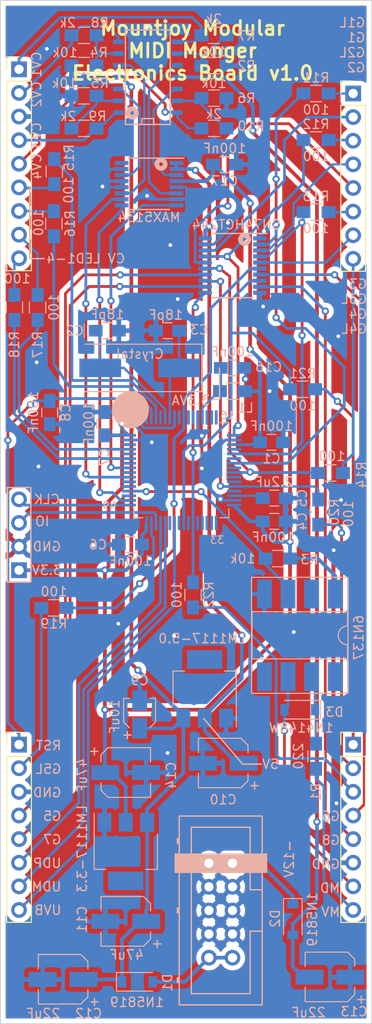
<source format=kicad_pcb>
(kicad_pcb (version 20240108) (generator "pcbnew") (generator_version "8.0")
  (layers (0 "F.Cu" signal) (31 "B.Cu" signal) (34 "B.Paste" user) (35 "F.Paste" user) (36 "B.SilkS" user "B.Silkscreen") (37 "F.SilkS" user "F.Silkscreen") (38 "B.Mask" user) (39 "F.Mask" user) (44 "Edge.Cuts" user))
  (net 0 "")
  (net 1 "GATE1_LED_OUT")
  (net 2 "GND")
  (net 3 "GATE2_LED_OUT")
  (net 4 "GATE3_LED_OUT")
  (net 5 "GATE4_LED_OUT")
  (net 6 "CV1_LED_OUT")
  (net 7 "CV2_LED_OUT")
  (net 8 "CV3_LED_OUT")
  (net 9 "CV4_LED_OUT")
  (net 10 "GATE5_LED_OUT")
  (net 11 "GATE6_LED_OUT")
  (net 12 "GATE7_LED_OUT")
  (net 13 "GATE8_LED_OUT")
  (net 14 "MIDI_VREF")
  (net 15 "MIDI_DATA")
  (net 16 "GATE8_OUT")
  (net 17 "GATE7_OUT")
  (net 18 "GATE6_OUT")
  (net 19 "GATE5_OUT")
  (net 20 "GATE1_OUT")
  (net 21 "GATE2_OUT")
  (net 22 "GATE3_OUT")
  (net 23 "GATE4_OUT")
  (net 24 "USB_DM")
  (net 25 "USB_DP")
  (net 26 "USB_VBUS")
  (net 27 "CV1_OUT")
  (net 28 "CV2_OUT")
  (net 29 "CV3_OUT")
  (net 30 "CV4_OUT")
  (net 31 "+3V3")
  (net 32 "Net-(C2-Pad1)")
  (net 33 "Net-(C3-Pad1)")
  (net 34 "Net-(C5-Pad1)")
  (net 35 "NRST")
  (net 36 "VCC")
  (net 37 "+5V")
  (net 38 "VEE")
  (net 39 "+3.3VA")
  (net 40 "+12V")
  (net 41 "-12V")
  (net 42 "SWCLK")
  (net 43 "SWDIO")
  (net 44 "Net-(D3-Pad1)")
  (net 45 "Net-(R2-Pad2)")
  (net 46 "MIDI_RX")
  (net 47 "Net-(R4-Pad2)")
  (net 48 "Net-(R5-Pad2)")
  (net 49 "Net-(R10-Pad2)")
  (net 50 "GATE1")
  (net 51 "GATE2")
  (net 52 "GATE3")
  (net 53 "GATE4")
  (net 54 "CV1_LED")
  (net 55 "CV2_LED")
  (net 56 "CV3_LED")
  (net 57 "CV4_LED")
  (net 58 "GATE5")
  (net 59 "GATE6")
  (net 60 "GATE7")
  (net 61 "GATE8")
  (net 62 "Net-(U1-Pad1)")
  (net 63 "Net-(U1-Pad4)")
  (net 64 "Net-(U1-Pad8)")
  (net 65 "Net-(U1-Pad10)")
  (net 66 "Net-(U1-Pad14)")
  (net 67 "Net-(U1-Pad16)")
  (net 68 "Net-(U1-Pad20)")
  (net 69 "Net-(U1-Pad22)")
  (net 70 "Net-(U1-Pad24)")
  (net 71 "Net-(U1-Pad26)")
  (net 72 "Net-(U1-Pad29)")
  (net 73 "Net-(U1-Pad34)")
  (net 74 "Net-(U1-Pad36)")
  (net 75 "Net-(U1-Pad37)")
  (net 76 "Net-(U1-Pad39)")
  (net 77 "Net-(U1-Pad41)")
  (net 78 "Net-(U1-Pad43)")
  (net 79 "DAC_NSS")
  (net 80 "Net-(U1-Pad51)")
  (net 81 "Net-(U1-Pad53)")
  (net 82 "Net-(U1-Pad54)")
  (net 83 "DAC_SCK")
  (net 84 "Net-(U1-Pad56)")
  (net 85 "DAC_MOSI")
  (net 86 "Net-(U1-Pad58)")
  (net 87 "Net-(U1-Pad60)")
  (net 88 "Net-(U1-Pad62)")
  (net 89 "Net-(U2-Pad4)")
  (net 90 "Net-(U2-Pad7)")
  (net 91 "Net-(U2-Pad1)")
  (net 92 "DAC_3")
  (net 93 "DAC_4")
  (net 94 "DAC_2")
  (net 95 "DAC_1")
  (net 96 "Net-(U7-Pad16)")
  (net 97 "Net-(U1-Pad27)")
  (net 98 "Net-(U1-Pad33)")
  (net 99 "Net-(U1-Pad35)")
  (net 100 "Net-(U1-Pad11)")
  (net 101 "Net-(U1-Pad15)")
  (footprint "Socket_Strips:Socket_Strip_Straight_1x08_Pitch2.54mm" (layer "F.Cu") (at 134 50)
    (property "Reference" "J3" (hide yes))
    (property "Value" "Conn_01x08_Male" (hide yes))
  )
  (footprint "Socket_Strips:Socket_Strip_Straight_1x08_Pitch2.54mm" (layer "F.Cu") (at 98 120)
    (property "Reference" "J4" (hide yes))
    (property "Value" "Conn_01x08_Male" (hide yes))
  )
  (footprint "Socket_Strips:Socket_Strip_Straight_1x08_Pitch2.54mm" (layer "F.Cu") (at 134 120)
    (property "Reference" "J5" (hide yes))
    (property "Value" "Conn_01x08_Male" (hide yes))
  )
  (footprint "Socket_Strips:Socket_Strip_Straight_1x09_Pitch2.54mm" (layer "F.Cu") (at 98 47.4)
    (property "Reference" "J2" (hide yes))
    (property "Value" "Conn_01x09_Male" (hide yes))
  )
  (footprint "Diodes_SMD:D_SOD-123" (layer "B.Cu") (at 128.25 116.25 180)
    (property "Reference" "D3")
    (property "Value" "1N4148W")
  )
  (footprint "Capacitors_SMD:C_0805_HandSoldering" (layer "B.Cu") (at 125.2 87.5)
    (property "Reference" "C1")
    (property "Value" "100nF")
  )
  (footprint "Capacitors_SMD:C_0805_HandSoldering" (layer "B.Cu") (at 114 75.5 180)
    (property "Reference" "C3")
    (property "Value" "18pF")
  )
  (footprint "Capacitors_SMD:C_0805_HandSoldering" (layer "B.Cu") (at 125.5 96)
    (property "Reference" "C4")
    (property "Value" "100nF")
  )
  (footprint "Capacitors_SMD:C_0805_HandSoldering" (layer "B.Cu") (at 125.5 93.5)
    (property "Reference" "C5")
    (property "Value" "2.2uF")
  )
  (footprint "Capacitors_SMD:C_0805_HandSoldering" (layer "B.Cu") (at 110 98.5 180)
    (property "Reference" "C6")
    (property "Value" "100nF")
  )
  (footprint "Capacitors_SMD:C_0805_HandSoldering" (layer "B.Cu") (at 107.25 85.5 90)
    (property "Reference" "C7")
    (property "Value" "100nF")
  )
  (footprint "Capacitors_SMD:C_0805_HandSoldering" (layer "B.Cu") (at 101.3 84.3 90)
    (property "Reference" "C8")
    (property "Value" "100nF")
  )
  (footprint "Capacitors_SMD:CP_Elec_3x5.3" (layer "B.Cu") (at 111 116.75 90)
    (property "Reference" "C9")
    (property "Value" "10uF")
  )
  (footprint "Capacitors_SMD:CP_Elec_5x5.3" (layer "B.Cu") (at 120 122 180)
    (property "Reference" "C10")
    (property "Value" "22uF")
  )
  (footprint "Capacitors_SMD:CP_Elec_5x5.8" (layer "B.Cu") (at 109.5 139 180)
    (property "Reference" "C11")
    (property "Value" "47uF")
  )
  (footprint "Capacitors_SMD:CP_Elec_5x5.3" (layer "B.Cu") (at 102.75 145.25 180)
    (property "Reference" "C12")
    (property "Value" "22uF")
  )
  (footprint "Capacitors_SMD:CP_Elec_5x5.3" (layer "B.Cu") (at 131.5 145 180)
    (property "Reference" "C13")
    (property "Value" "22uF")
  )
  (footprint "Capacitors_SMD:CP_Elec_5x5.8" (layer "B.Cu") (at 109.5 123)
    (property "Reference" "C14")
    (property "Value" "47uF")
  )
  (footprint "Capacitors_SMD:C_0805_HandSoldering" (layer "B.Cu") (at 120.15 57.65)
    (property "Reference" "C17")
    (property "Value" "100nF")
  )
  (footprint "Diodes_SMD:D_SOD-123" (layer "B.Cu") (at 110.75 145.5)
    (property "Reference" "D1")
    (property "Value" "1N5819")
  )
  (footprint "Diodes_SMD:D_SOD-123" (layer "B.Cu") (at 127.5 138.8 -90)
    (property "Reference" "D2")
    (property "Value" "1N5819")
  )
  (footprint "Custom_Footprints:SWD_header" (layer "B.Cu") (at 98 101.25 90)
    (property "Reference" "J1" (hide yes))
    (property "Value" "SWD_Header" (hide yes))
  )
  (footprint "Custom_Footprints:Eurorack_10_pin_header" (layer "B.Cu") (at 121 132.75 -90)
    (property "Reference" "J9" (hide yes))
    (property "Value" "Eurorack_10_pin_power")
  )
  (footprint "Inductors_SMD:L_0805_HandSoldering" (layer "B.Cu") (at 121 82)
    (property "Reference" "L1")
    (property "Value" "L")
  )
  (footprint "Resistors_SMD:R_0805_HandSoldering" (layer "B.Cu") (at 130 121.25 -90)
    (property "Reference" "R1")
    (property "Value" "220")
  )
  (footprint "Resistors_SMD:R_0805_HandSoldering" (layer "B.Cu") (at 125.9 100 180)
    (property "Reference" "R3")
    (property "Value" "10k")
  )
  (footprint "Resistors_SMD:R_0805_HandSoldering" (layer "B.Cu") (at 105 47)
    (property "Reference" "R4")
    (property "Value" "10k")
  )
  (footprint "Resistors_SMD:R_0805_HandSoldering" (layer "B.Cu") (at 105 50.25)
    (property "Reference" "R5")
    (property "Value" "10k")
  )
  (footprint "Resistors_SMD:R_0805_HandSoldering" (layer "B.Cu") (at 119 50.5 180)
    (property "Reference" "R6")
    (property "Value" "10k")
  )
  (footprint "Resistors_SMD:R_0805_HandSoldering" (layer "B.Cu") (at 119 43.75)
    (property "Reference" "R7")
    (property "Value" "2k")
  )
  (footprint "Resistors_SMD:R_0805_HandSoldering" (layer "B.Cu") (at 105 53.75 180)
    (property "Reference" "R9")
    (property "Value" "2k")
  )
  (footprint "Resistors_SMD:R_0805_HandSoldering" (layer "B.Cu") (at 119 53.75)
    (property "Reference" "R10")
    (property "Value" "2k")
  )
  (footprint "Resistors_SMD:R_0805_HandSoldering" (layer "B.Cu") (at 130 55 180)
    (property "Reference" "R12")
    (property "Value" "100")
  )
  (footprint "Resistors_SMD:R_0805_HandSoldering" (layer "B.Cu") (at 100 73 -90)
    (property "Reference" "R17")
    (property "Value" "100")
  )
  (footprint "Resistors_SMD:R_0805_HandSoldering" (layer "B.Cu") (at 97.5 73 -90)
    (property "Reference" "R18")
    (property "Value" "100")
  )
  (footprint "Resistors_SMD:R_0805_HandSoldering" (layer "B.Cu") (at 128.55 81.8 180)
    (property "Reference" "R21")
    (property "Value" "100")
  )
  (footprint "Package_QFP:LQFP-64_10x10mm_P0.5mm" (layer "B.Cu") (at 115.5 90.5 -90)
    (property "Reference" "U1" (hide yes))
    (property "Value" "STM32F446RETx")
  )
  (footprint "TO_SOT_Packages_SMD:SOT-223" (layer "B.Cu") (at 118 114 90)
    (property "Reference" "U4" (hide yes))
    (property "Value" "LM1117-5.0")
  )
  (footprint "TO_SOT_Packages_SMD:SOT-223" (layer "B.Cu") (at 109.5 131.5 -90)
    (property "Reference" "U5" (hide yes))
    (property "Value" "LM1117-3.3")
  )
  (footprint "Housings_SSOP:TSSOP-20_4.4x6.5mm_Pitch0.65mm" (layer "B.Cu") (at 121 68.5 180)
    (property "Reference" "U6" (hide yes))
    (property "Value" "SN74HCT244")
  )
  (footprint "Custom_Footprints:Crystal_SMD" (layer "B.Cu") (at 111 79.5 180)
    (property "Reference" "Y1" (hide yes))
    (property "Value" "Crystal")
  )
  (footprint "Housings_SSOP:TSSOP-16_4.4x5mm_Pitch0.65mm" (layer "B.Cu") (at 112 59.75 180)
    (property "Reference" "U7" (hide yes))
    (property "Value" "MAX5134")
  )
  (footprint "Capacitors_SMD:C_0805_HandSoldering" (layer "B.Cu") (at 121 79.5)
    (property "Reference" "C16")
    (property "Value" "100nF")
  )
  (footprint "SMD_Packages:SOIC-14_N" (layer "B.Cu") (at 112 48.25 90)
    (property "Reference" "U3" (hide yes))
    (property "Value" "TL074")
  )
  (footprint "Housings_DIP:DIP-8_W8.89mm_SMDSocket_LongPads" (layer "B.Cu") (at 128.25 108.25 90)
    (property "Reference" "U2" (hide yes))
    (property "Value" "6N137")
  )
  (footprint "Resistors_SMD:R_0805_HandSoldering" (layer "B.Cu") (at 105 43.75)
    (property "Reference" "R8")
    (property "Value" "2k")
  )
  (footprint "Resistors_SMD:R_0805_HandSoldering" (layer "B.Cu") (at 119 47 180)
    (property "Reference" "R2")
    (property "Value" "10k")
  )
  (footprint "Resistors_SMD:R_0805_HandSoldering" (layer "B.Cu") (at 101.75 64 -90)
    (property "Reference" "R16")
    (property "Value" "100")
  )
  (footprint "Resistors_SMD:R_0805_HandSoldering" (layer "B.Cu") (at 130 62.75 180)
    (property "Reference" "R13")
    (property "Value" "100")
  )
  (footprint "Resistors_SMD:R_0805_HandSoldering" (layer "B.Cu") (at 130 50 180)
    (property "Reference" "R11")
    (property "Value" "100")
  )
  (footprint "Capacitors_SMD:C_0805_HandSoldering" (layer "B.Cu") (at 107.5 75.5)
    (property "Reference" "C2")
    (property "Value" "18pF")
  )
  (footprint "Resistors_SMD:R_0805_HandSoldering" (layer "B.Cu") (at 130.25 95 90)
    (property "Reference" "R20")
    (property "Value" "100")
  )
  (footprint "Resistors_SMD:R_0805_HandSoldering" (layer "B.Cu") (at 131.55 90.8 180)
    (property "Reference" "R14")
    (property "Value" "100")
  )
  (footprint "Resistors_SMD:R_0805_HandSoldering" (layer "B.Cu") (at 116.75 103.9 90)
    (property "Reference" "R22")
    (property "Value" "100")
  )
  (footprint "Resistors_SMD:R_0805_HandSoldering" (layer "B.Cu") (at 101.75 105.3)
    (property "Reference" "R19")
    (property "Value" "100")
  )
  (footprint "Resistors_SMD:R_0805_HandSoldering" (layer "B.Cu") (at 101.8 58.4 90)
    (property "Reference" "R15")
    (property "Value" "100")
  )
  (gr_circle (center 122.3 65.7) (end 122.5 65.7) (stroke (width 0.5)) (fill none) (layer "B.SilkS"))
  (gr_circle (center 110.2 52.1) (end 110.4 52.1) (stroke (width 0.5)) (fill none) (layer "B.SilkS"))
  (gr_circle (center 113.3 57.6) (end 113.5 57.6) (stroke (width 0.5)) (fill none) (layer "B.SilkS"))
  (gr_line (start 119.6 82.9) (end 119.6 79.5) (stroke (width 0.15)) (layer "B.SilkS"))
  (gr_line (start 122.1 122.1) (end 117.9 117.2) (stroke (width 0.15)) (layer "B.SilkS"))
  (gr_line (start 99.15 67.75) (end 99.15 60.15) (stroke (width 0.15)) (layer "B.SilkS"))
  (gr_line (start 100.7 67.75) (end 99.15 67.75) (stroke (width 0.15)) (layer "B.SilkS"))
  (gr_line (start 124.1 122.1) (end 122.1 122.1) (stroke (width 0.15)) (layer "B.SilkS"))
  (gr_line (start 118.8 82.9) (end 119.6 82.9) (stroke (width 0.15)) (layer "B.SilkS"))
  (gr_circle (center 110 84) (end 110 84) (stroke (width 2)) (fill none) (layer "B.SilkS"))
  (gr_line (start 96 40) (end 136 40) (stroke (width 0.1)) (layer "Edge.Cuts"))
  (gr_line (start 96 40) (end 96 150) (stroke (width 0.1)) (layer "Edge.Cuts"))
  (gr_line (start 136 40) (end 136 150) (stroke (width 0.1)) (layer "Edge.Cuts"))
  (gr_line (start 96 150) (end 136 150) (stroke (width 0.1)) (layer "Edge.Cuts"))
  (gr_text "G5L" (at 101.17619 122.628571 0) (layer "B.SilkS") (effects (font (size 1 1)) (justify mirror)))
  (gr_text "GND" (at 101.033333 125.157142 0) (layer "B.SilkS") (effects (font (size 1 1)) (justify mirror)))
  (gr_text "G5" (at 101.580952 127.685713 0) (layer "B.SilkS") (effects (font (size 1 1)) (justify mirror)))
  (gr_text "G7" (at 101.580952 130.214284 0) (layer "B.SilkS") (effects (font (size 1 1)) (justify mirror)))
  (gr_text "UDP" (at 101.033333 132.742855 0) (layer "B.SilkS") (effects (font (size 1 1)) (justify mirror)))
  (gr_text "UDM" (at 100.961905 135.271426 0) (layer "B.SilkS") (effects (font (size 1 1)) (justify mirror)))
  (gr_text "UVB" (at 101.104762 137.8 0) (layer "B.SilkS") (effects (font (size 1 1)) (justify mirror)))
  (gr_text "G8" (at 131.6 130.275 0) (layer "B.SilkS") (effects (font (size 1 1)) (justify mirror)))
  (gr_text "MV" (at 131.576191 138 0) (layer "B.SilkS") (effects (font (size 1 1)) (justify mirror)))
  (gr_text "G3\nG3L\nG4\nG4L" (at 135.6 72.9 0) (layer "B.SilkS") (effects (font (size 1 1)) (justify left mirror)))
  (gr_text "G6" (at 131.6 127.7 0) (layer "B.SilkS") (effects (font (size 1 1)) (justify mirror)))
  (gr_text "GND" (at 131.052381 132.85 0) (layer "B.SilkS") (effects (font (size 1 1)) (justify mirror)))
  (gr_text "MD" (at 131.504762 135.425 0) (layer "B.SilkS") (effects (font (size 1 1)) (justify mirror)))
  (gr_text "G1L\nG1\nG2L\nG2" (at 135.4 44.8 0) (layer "B.SilkS") (effects (font (size 1 1)) (justify left mirror)))
  (gr_text "33" (at 120.2 98 0) (layer "B.SilkS") (effects (font (size 0.8 0.8) (thickness 0.12)) (justify left mirror)))
  (gr_text "49" (at 108.6 94.3 0) (layer "B.SilkS") (effects (font (size 0.8 0.8) (thickness 0.12)) (justify left mirror)))
  (gr_text "16" (at 121.3 84.6 0) (layer "B.SilkS") (effects (font (size 0.8 0.8) (thickness 0.12)) (justify left mirror)))
  (gr_text "5V" (at 125.1 122.1 0) (layer "B.SilkS") (effects (font (size 1 1)) (justify mirror)))
  (gr_text "3.3VA" (at 116.5 83 0) (layer "B.SilkS") (effects (font (size 1 1)) (justify mirror)))
  (gr_text "CV LED1-4" (at 100.85 67.75 0) (layer "B.SilkS") (effects (font (size 1 1)) (justify right mirror)))
  (gr_text "CV1" (at 99.9 48.4 90) (layer "B.SilkS") (effects (font (size 1 1)) (justify right mirror)))
  (gr_text "CV2" (at 99.9 51.6 90) (layer "B.SilkS") (effects (font (size 1 1)) (justify right mirror)))
  (gr_text "CV3" (at 99.9 56 90) (layer "B.SilkS") (effects (font (size 1 1)) (justify right mirror)))
  (gr_text "CV4" (at 99.9 59.35 90) (layer "B.SilkS") (effects (font (size 1 1)) (justify right mirror)))
  (gr_text "RST" (at 101.2 120.1 0) (layer "B.SilkS") (effects (font (size 1 1)) (justify mirror)))
  (gr_text "Mountjoy Modular\nMIDI Monger\nElectronics Board v1.0" (at 116.7 45.4 0) (layer "F.SilkS") (effects (font (size 1.5 1.5) (thickness 0.3))))
  (segment (start 131.35 50) (end 134 50) (width 0.25) (layer "B.Cu") (net 1))
  (segment (start 117.7 86.8) (end 117.7 90.3) (width 0.3) (layer "F.Cu") (net 2))
  (via (at 111.8 42.9) (size 0.8) (drill 0.4) (layers "F.Cu" "B.Cu") (net 2))
  (via (at 124.4 64.8) (size 0.8) (drill 0.4) (layers "F.Cu" "B.Cu") (net 2))
  (via (at 111.8 61) (size 0.8) (drill 0.4) (layers "F.Cu" "B.Cu") (net 2))
  (via (at 125 82) (size 0.8) (drill 0.4) (layers "F.Cu" "B.Cu") (net 2))
  (via (at 107 60) (size 0.8) (drill 0.4) (layers "F.Cu" "B.Cu") (net 2))
  (via (at 112.1 100) (size 0.8) (drill 0.4) (layers "F.Cu" "B.Cu") (net 2))
  (via (at 114.3 66.3) (size 0.8) (drill 0.4) (layers "F.Cu" "B.Cu") (net 2))
  (via (at 114.7 108.3) (size 0.8) (drill 0.4) (layers "F.Cu" "B.Cu") (net 2))
  (via (at 114 120.9) (size 0.8) (drill 0.4) (layers "F.Cu" "B.Cu") (net 2))
  (via (at 117.7 90.3) (size 0.8) (drill 0.4) (layers "F.Cu" "B.Cu") (net 2))
  (via (at 122.4 80.7) (size 0.8) (drill 0.4) (layers "F.Cu" "B.Cu") (net 2))
  (via (at 106 98.6) (size 0.8) (drill 0.4) (layers "F.Cu" "B.Cu") (net 2))
  (via (at 131.9 99.1) (size 0.8) (drill 0.4) (layers "F.Cu" "B.Cu") (net 2))
  (via (at 112.3 87.5) (size 0.8) (drill 0.4) (layers "F.Cu" "B.Cu") (net 2))
  (via (at 117.7 86.8) (size 0.8) (drill 0.4) (layers "F.Cu" "B.Cu") (net 2))
  (via (at 127.6 107.9) (size 0.8) (drill 0.4) (layers "F.Cu" "B.Cu") (net 2))
  (via (at 99.9 78.9) (size 0.8) (drill 0.4) (layers "F.Cu" "B.Cu") (net 2))
  (via (at 122.8 47.1) (size 0.8) (drill 0.4) (layers "F.Cu" "B.Cu") (net 2))
  (via (at 100.1 90.1) (size 0.8) (drill 0.4) (layers "F.Cu" "B.Cu") (net 2))
  (via (at 120.5 63.9) (size 0.8) (drill 0.4) (layers "F.Cu" "B.Cu") (net 2))
  (via (at 119.7 93.6) (size 0.8) (drill 0.4) (layers "F.Cu" "B.Cu") (net 2))
  (via (at 115.1 72.1) (size 0.8) (drill 0.4) (layers "F.Cu" "B.Cu") (net 2))
  (via (at 132.7 93.7) (size 0.8) (drill 0.4) (layers "F.Cu" "B.Cu") (net 2))
  (via (at 108.7 107) (size 0.8) (drill 0.4) (layers "F.Cu" "B.Cu") (net 2))
  (via (at 132.4 76.1) (size 0.8) (drill 0.4) (layers "F.Cu" "B.Cu") (net 2))
  (via (at 124.3 72.9) (size 0.8) (drill 0.4) (layers "F.Cu" "B.Cu") (net 2))
  (via (at 132.2 126.3) (size 0.8) (drill 0.4) (layers "F.Cu" "B.Cu") (net 2))
  (via (at 101 45.2) (size 0.8) (drill 0.4) (layers "F.Cu" "B.Cu") (net 2))
  (segment (start 119.7 93.6) (end 117.7 91.6) (width 0.3) (layer "B.Cu") (net 2))
  (segment (start 107.25 84.25) (end 109.05 84.25) (width 0.3) (layer "B.Cu") (net 2))
  (segment (start 123.95 65.575) (end 123.95 65.25) (width 0.3) (layer "B.Cu") (net 2))
  (segment (start 121.175 93.75) (end 119.85 93.75) (width 0.3) (layer "B.Cu") (net 2))
  (segment (start 117.25 86.35) (end 117.7 86.8) (width 0.3) (layer "B.Cu") (net 2))
  (segment (start 112.175 61.375) (end 111.8 61) (width 0.3) (layer "B.Cu") (net 2))
  (segment (start 109.05 59.425) (end 107.575 59.425) (width 0.3) (layer "B.Cu") (net 2))
  (segment (start 109.05 84.25) (end 112.3 87.5) (width 0.3) (layer "B.Cu") (net 2))
  (segment (start 116.050001 64.549999) (end 114.3 66.3) (width 0.3) (layer "B.Cu") (net 2))
  (segment (start 120.25 87.25) (end 118.099999 89.400001) (width 0.3) (layer "B.Cu") (net 2))
  (segment (start 118.099999 89.900001) (end 117.7 90.3) (width 0.3) (layer "B.Cu") (net 2))
  (segment (start 116.050001 61.425001) (end 116.050001 64.549999) (width 0.3) (layer "B.Cu") (net 2))
  (segment (start 107.575 59.425) (end 107 60) (width 0.3) (layer "B.Cu") (net 2))
  (segment (start 117.7 91.6) (end 117.7 90.3) (width 0.3) (layer "B.Cu") (net 2))
  (segment (start 114.95 61.375) (end 112.175 61.375) (width 0.3) (layer "B.Cu") (net 2))
  (segment (start 112.25 97.524999) (end 112.499999 97.774998) (width 0.3) (layer "B.Cu") (net 2))
  (segment (start 121.175 87.25) (end 120.25 87.25) (width 0.3) (layer "B.Cu") (net 2))
  (segment (start 114.95 61.375) (end 116 61.375) (width 0.4) (layer "B.Cu") (net 2))
  (segment (start 122.4 79.65) (end 122.25 79.5) (width 0.3) (layer "B.Cu") (net 2))
  (segment (start 119.85 93.75) (end 119.7 93.6) (width 0.3) (layer "B.Cu") (net 2))
  (segment (start 116.050001 60.219999) (end 116.050001 64.549999) (width 0.3) (layer "B.Cu") (net 2))
  (segment (start 118.980002 66.225) (end 118.05 66.225) (width 0.3) (layer "B.Cu") (net 2))
  (segment (start 109.05 59.425) (end 109.05 60.075) (width 0.3) (layer "B.Cu") (net 2))
  (segment (start 109.05 60.075) (end 107.075 60.075) (width 0.3) (layer "B.Cu") (net 2))
  (segment (start 118.099999 89.400001) (end 118.099999 89.900001) (width 0.3) (layer "B.Cu") (net 2))
  (segment (start 112.05 87.25) (end 112.3 87.5) (width 0.3) (layer "B.Cu") (net 2))
  (segment (start 116 61.375) (end 116.050001 61.425001) (width 0.3) (layer "B.Cu") (net 2))
  (segment (start 112.25 96.175) (end 112.25 97.524999) (width 0.3) (layer "B.Cu") (net 2))
  (segment (start 120.5 64.705002) (end 118.980002 66.225) (width 0.3) (layer "B.Cu") (net 2))
  (segment (start 107 59.125) (end 107 60) (width 0.3) (layer "B.Cu") (net 2))
  (segment (start 123.95 65.25) (end 124.4 64.8) (width 0.3) (layer "B.Cu") (net 2))
  (segment (start 122.4 80.7) (end 122.4 79.65) (width 0.3) (layer "B.Cu") (net 2))
  (segment (start 112.499999 97.774998) (end 112.499999 99.600001) (width 0.3) (layer "B.Cu") (net 2))
  (segment (start 114.95 60.075) (end 115.905002 60.075) (width 0.3) (layer "B.Cu") (net 2))
  (segment (start 109.825 87.25) (end 112.05 87.25) (width 0.3) (layer "B.Cu") (net 2))
  (segment (start 115.905002 60.075) (end 116.050001 60.219999) (width 0.3) (layer "B.Cu") (net 2))
  (segment (start 107.075 60.075) (end 107 60) (width 0.3) (layer "B.Cu") (net 2))
  (segment (start 109.05 58.125) (end 108 58.125) (width 0.3) (layer "B.Cu") (net 2))
  (segment (start 112.499999 99.600001) (end 112.1 100) (width 0.3) (layer "B.Cu") (net 2))
  (segment (start 120.5 63.9) (end 120.5 64.705002) (width 0.3) (layer "B.Cu") (net 2))
  (segment (start 108 58.125) (end 107 59.125) (width 0.3) (layer "B.Cu") (net 2))
  (segment (start 117.25 84.825) (end 117.25 86.35) (width 0.3) (layer "B.Cu") (net 2))
  (segment (start 131.35 55) (end 133.92 55) (width 0.3) (layer "B.Cu") (net 3))
  (segment (start 133.92 55) (end 134 55.08) (width 0.3) (layer "B.Cu") (net 3))
  (segment (start 131.35 62.75) (end 133.95 62.75) (width 0.25) (layer "B.Cu") (net 4))
  (segment (start 133.95 62.75) (end 134 62.7) (width 0.25) (layer "B.Cu") (net 4))
  (segment (start 132.9 89.85) (end 134 88.75) (width 0.3) (layer "B.Cu") (net 5))
  (segment (start 134 88.75) (end 134 67.78) (width 0.3) (layer "B.Cu") (net 5))
  (segment (start 132.9 90.8) (end 132.9 89.85) (width 0.3) (layer "B.Cu") (net 5))
  (segment (start 98 60.16) (end 101.39 60.16) (width 0.3) (layer "B.Cu") (net 6))
  (segment (start 101.39 60.16) (end 101.8 59.75) (width 0.3) (layer "B.Cu") (net 6))
  (segment (start 101.75 62.65) (end 98.05 62.65) (width 0.25) (layer "B.Cu") (net 7))
  (segment (start 98.05 62.65) (end 98 62.7) (width 0.25) (layer "B.Cu") (net 7))
  (segment (start 100 71.65) (end 100 67.24) (width 0.25) (layer "B.Cu") (net 8))
  (segment (start 100 67.24) (end 98 65.24) (width 0.25) (layer "B.Cu") (net 8))
  (segment (start 97.5 68.28) (end 98 67.78) (width 0.25) (layer "B.Cu") (net 9))
  (segment (start 97.5 71.65) (end 97.5 68.28) (width 0.25) (layer "B.Cu") (net 9))
  (segment (start 98 122.54) (end 100.4 120.14) (width 0.3) (layer "B.Cu") (net 10))
  (segment (start 100.4 120.14) (end 100.4 105.3) (width 0.3) (layer "B.Cu") (net 10))
  (segment (start 132.75 121.29) (end 132.75 97.25) (width 0.3) (layer "F.Cu") (net 11))
  (segment (start 134 122.54) (end 132.75 121.29) (width 0.3) (layer "F.Cu") (net 11))
  (via (at 132.75 97.25) (size 0.8) (drill 0.4) (layers "F.Cu" "B.Cu") (net 11))
  (segment (start 132.75 97.25) (end 132.75 96.684315) (width 0.3) (layer "B.Cu") (net 11))
  (segment (start 132.75 96.684315) (end 132.415685 96.35) (width 0.3) (layer "B.Cu") (net 11))
  (segment (start 132.415685 96.35) (end 130.25 96.35) (width 0.3) (layer "B.Cu") (net 11))
  (segment (start 134 84.8) (end 134 120) (width 0.3) (layer "F.Cu") (net 12))
  (segment (start 132.3 83.1) (end 134 84.8) (width 0.3) (layer "F.Cu") (net 12))
  (via (at 132.3 83.1) (size 0.8) (drill 0.4) (layers "F.Cu" "B.Cu") (net 12))
  (segment (start 131 81.8) (end 132.3 83.1) (width 0.3) (layer "B.Cu") (net 12))
  (segment (start 129.9 81.8) (end 131 81.8) (width 0.3) (layer "B.Cu") (net 12))
  (segment (start 133.150001 123.719999) (end 133.150001 124.230001) (width 0.3) (layer "B.Cu") (net 13))
  (segment (start 120.110002 105.25) (end 125.7 110.839998) (width 0.3) (layer "B.Cu") (net 13))
  (segment (start 125.7 121.099998) (end 126.100001 121.499999) (width 0.3) (layer "B.Cu") (net 13))
  (segment (start 133.150001 124.230001) (end 134 125.08) (width 0.3) (layer "B.Cu") (net 13))
  (segment (start 125.7 110.839998) (end 125.7 121.099998) (width 0.3) (layer "B.Cu") (net 13))
  (segment (start 116.75 105.25) (end 120.110002 105.25) (width 0.3) (layer "B.Cu") (net 13))
  (segment (start 126.100001 121.499999) (end 130.930001 121.499999) (width 0.3) (layer "B.Cu") (net 13))
  (segment (start 130.930001 121.499999) (end 133.150001 123.719999) (width 0.3) (layer "B.Cu") (net 13))
  (segment (start 134 137.78) (end 130.850001 134.630001) (width 0.3) (layer "B.Cu") (net 14))
  (segment (start 130 123.65) (end 130 122.6) (width 0.3) (layer "B.Cu") (net 14))
  (segment (start 130.850001 124.500001) (end 130 123.65) (width 0.3) (layer "B.Cu") (net 14))
  (segment (start 130.850001 134.630001) (end 130.850001 124.500001) (width 0.3) (layer "B.Cu") (net 14))
  (segment (start 134 135.24) (end 126.6 127.84) (width 0.3) (layer "F.Cu") (net 15))
  (segment (start 126.6 127.84) (end 126.6 118.5) (width 0.3) (layer "F.Cu") (net 15))
  (via (at 126.6 118.5) (size 0.8) (drill 0.4) (layers "F.Cu" "B.Cu") (net 15))
  (segment (start 126.98 112.695) (end 126.98 115.87) (width 0.3) (layer "B.Cu") (net 15))
  (segment (start 126.98 115.87) (end 126.6 116.25) (width 0.3) (layer "B.Cu") (net 15))
  (segment (start 126.6 118.5) (end 126.6 116.25) (width 0.3) (layer "B.Cu") (net 15))
  (segment (start 131 73.4) (end 131 127.16) (width 0.3) (layer "F.Cu") (net 16))
  (segment (start 131 127.16) (end 134 130.16) (width 0.3) (layer "F.Cu") (net 16))
  (via (at 131 73.4) (size 0.8) (drill 0.4) (layers "F.Cu" "B.Cu") (net 16))
  (segment (start 131 73.4) (end 128.4 70.775) (width 0.3) (layer "B.Cu") (net 16))
  (segment (start 128.4 70.775) (end 123.95 70.775) (width 0.3) (layer "B.Cu") (net 16))
  (segment (start 108.85 70.75) (end 105.55 70.75) (width 0.3) (layer "F.Cu") (net 17))
  (segment (start 103.50001 124.65999) (end 98 130.16) (width 0.3) (layer "F.Cu") (net 17))
  (segment (start 105.55 70.75) (end 103.50001 72.79999) (width 0.3) (layer "F.Cu") (net 17))
  (segment (start 103.502374 124.597626) (end 103.502374 124.657626) (width 0.3) (layer "F.Cu") (net 17))
  (segment (start 103.50001 72.79999) (end 103.50001 124.65999) (width 0.3) (layer "F.Cu") (net 17))
  (via (at 108.85 70.75) (size 0.8) (drill 0.4) (layers "F.Cu" "B.Cu") (net 17))
  (segment (start 118.025 70.75) (end 118.05 70.775) (width 0.3) (layer "B.Cu") (net 17))
  (segment (start 108.85 70.75) (end 118.025 70.75) (width 0.3) (layer "B.Cu") (net 17))
  (segment (start 132 69.5) (end 135.200001 72.649999) (width 0.3) (layer "F.Cu") (net 18))
  (segment (start 135.200001 72.649999) (end 135.200001 126.419999) (width 0.3) (layer "F.Cu") (net 18))
  (segment (start 135.200001 126.419999) (end 134 127.62) (width 0.3) (layer "F.Cu") (net 18))
  (via (at 132 69.5) (size 0.8) (drill 0.4) (layers "F.Cu" "B.Cu") (net 18))
  (segment (start 132.025002 69.475) (end 123.95 69.475) (width 0.3) (layer "B.Cu") (net 18))
  (segment (start 132 69.5) (end 132.025002 69.475) (width 0.3) (layer "B.Cu") (net 18))
  (segment (start 103 71.5) (end 103 122.62) (width 0.3) (layer "F.Cu") (net 19))
  (segment (start 105 69.5) (end 103 71.5) (width 0.3) (layer "F.Cu") (net 19))
  (segment (start 108.9 69.5) (end 105 69.5) (width 0.3) (layer "F.Cu") (net 19))
  (segment (start 103 122.62) (end 98 127.62) (width 0.3) (layer "F.Cu") (net 19))
  (via (at 108.9 69.5) (size 0.8) (drill 0.4) (layers "F.Cu" "B.Cu") (net 19))
  (segment (start 108.9 69.5) (end 118.025 69.5) (width 0.3) (layer "B.Cu") (net 19))
  (segment (start 118.025 69.5) (end 118.05 69.475) (width 0.3) (layer "B.Cu") (net 19))
  (segment (start 126.6 55.019998) (end 126.6 59.384696) (width 0.3) (layer "B.Cu") (net 20))
  (segment (start 119.109696 66.875) (end 118.05 66.875) (width 0.3) (layer "B.Cu") (net 20))
  (segment (start 129.079998 52.54) (end 126.6 55.019998) (width 0.3) (layer "B.Cu") (net 20))
  (segment (start 126.6 59.384696) (end 119.109696 66.875) (width 0.3) (layer "B.Cu") (net 20))
  (segment (start 134 52.54) (end 129.079998 52.54) (width 0.3) (layer "B.Cu") (net 20))
  (segment (start 127.574999 64.135003) (end 127.574999 61.839999) (width 0.25) (layer "B.Cu") (net 21))
  (segment (start 123.95 66.875) (end 124.835002 66.875) (width 0.25) (layer "B.Cu") (net 21))
  (segment (start 131.794998 57.62) (end 134 57.62) (width 0.25) (layer "B.Cu") (net 21))
  (segment (start 124.835002 66.875) (end 127.574999 64.135003) (width 0.25) (layer "B.Cu") (net 21))
  (segment (start 127.574999 61.839999) (end 131.794998 57.62) (width 0.25) (layer "B.Cu") (net 21))
  (segment (start 120.5 55.589998) (end 122.839999 53.249999) (width 0.3) (layer "F.Cu") (net 22))
  (segment (start 120.5 62.1) (end 120.5 55.589998) (width 0.3) (layer "F.Cu") (net 22))
  (segment (start 127.089999 53.249999) (end 134 60.16) (width 0.3) (layer "F.Cu") (net 22))
  (segment (start 122.839999 53.249999) (end 127.089999 53.249999) (width 0.3) (layer "F.Cu") (net 22))
  (via (at 120.5 62.1) (size 0.8) (drill 0.4) (layers "F.Cu" "B.Cu") (net 22))
  (segment (start 118.05 68.175) (end 117.025 68.175) (width 0.3) (layer "B.Cu") (net 22))
  (segment (start 119.389998 62.1) (end 120.5 62.1) (width 0.3) (layer "B.Cu") (net 22))
  (segment (start 117.025 68.175) (end 116.974999 68.124999) (width 0.3) (layer "B.Cu") (net 22))
  (segment (start 116.974999 64.514999) (end 119.389998 62.1) (width 0.3) (layer "B.Cu") (net 22))
  (segment (start 116.974999 68.124999) (end 116.974999 64.514999) (width 0.3) (layer "B.Cu") (net 22))
  (segment (start 123.95 68.175) (end 131.065 68.175) (width 0.25) (layer "B.Cu") (net 23))
  (segment (start 131.065 68.175) (end 134 65.24) (width 0.25) (layer "B.Cu") (net 23))
  (segment (start 104.949991 114.050009) (end 113.75 105.25) (width 0.3) (layer "B.Cu") (net 24))
  (segment (start 98 135.24) (end 104.949991 128.290009) (width 0.3) (layer "B.Cu") (net 24))
  (segment (start 113.75 105.25) (end 113.75 96.175) (width 0.3) (layer "B.Cu") (net 24))
  (segment (start 104.949991 128.290009) (end 104.949991 114.050009) (width 0.3) (layer "B.Cu") (net 24))
  (segment (start 104.449981 113.550019) (end 113.25 104.75) (width 0.3) (layer "B.Cu") (net 25))
  (segment (start 98 132.7) (end 104.449981 126.250019) (width 0.3) (layer "B.Cu") (net 25))
  (segment (start 113.25 104.75) (end 113.25 96.175) (width 0.3) (layer "B.Cu") (net 25))
  (segment (start 104.449981 126.250019) (end 104.449981 113.550019) (width 0.3) (layer "B.Cu") (net 25))
  (segment (start 114.75 104.99998) (end 114.75001 104.99999) (width 0.3) (layer "B.Cu") (net 26))
  (segment (start 105.449999 130.330001) (end 105.449999 114.300001) (width 0.3) (layer "B.Cu") (net 26))
  (segment (start 105.449999 114.300001) (end 114.75001 104.99999) (width 0.3) (layer "B.Cu") (net 26))
  (segment (start 98 137.78) (end 105.449999 130.330001) (width 0.3) (layer "B.Cu") (net 26))
  (segment (start 114.75 96.175) (end 114.75 104.99998) (width 0.3) (layer "B.Cu") (net 26))
  (segment (start 117.65 43.75) (end 117.65 42.8) (width 0.3) (layer "B.Cu") (net 27))
  (segment (start 98 46.25) (end 98 47.4) (width 0.3) (layer "B.Cu") (net 27))
  (segment (start 116.65 41.8) (end 102.45 41.8) (width 0.3) (layer "B.Cu") (net 27))
  (segment (start 117.65 42.8) (end 116.65 41.8) (width 0.3) (layer "B.Cu") (net 27))
  (segment (start 116.96 44.44) (end 117.65 43.75) (width 0.25) (layer "B.Cu") (net 27))
  (segment (start 115.048 44.44) (end 116.96 44.44) (width 0.25) (layer "B.Cu") (net 27))
  (segment (start 102.45 41.8) (end 98 46.25) (width 0.3) (layer "B.Cu") (net 27))
  (segment (start 98.41 49.94) (end 98 49.94) (width 0.3) (layer "B.Cu") (net 28))
  (segment (start 104.725001 42.774999) (end 103.75 43.75) (width 0.25) (layer "B.Cu") (net 28))
  (segment (start 107.536999 42.774999) (end 104.725001 42.774999) (width 0.25) (layer "B.Cu") (net 28))
  (segment (start 108.698 44.44) (end 108.698 43.936) (width 0.25) (layer "B.Cu") (net 28))
  (segment (start 103.75 43.75) (end 103.65 43.75) (width 0.25) (layer "B.Cu") (net 28))
  (segment (start 103.65 44.7) (end 98.41 49.94) (width 0.3) (layer "B.Cu") (net 28))
  (segment (start 108.698 43.936) (end 107.536999 42.774999) (width 0.25) (layer "B.Cu") (net 28))
  (segment (start 103.65 43.75) (end 103.65 44.7) (width 0.3) (layer "B.Cu") (net 28))
  (segment (start 108.3805 52.06) (end 108.698 52.06) (width 0.25) (layer "B.Cu") (net 29))
  (segment (start 106.35 53.75) (end 106.25 53.75) (width 0.3) (layer "B.Cu") (net 29))
  (segment (start 106.25 53.75) (end 104.98 55.02) (width 0.3) (layer "B.Cu") (net 29))
  (segment (start 104.98 55.02) (end 98 55.02) (width 0.3) (layer "B.Cu") (net 29))
  (segment (start 106.6905 53.75) (end 108.3805 52.06) (width 0.25) (layer "B.Cu") (net 29))
  (segment (start 106.35 53.75) (end 106.6905 53.75) (width 0.25) (layer "B.Cu") (net 29))
  (segment (start 100.2 53.910002) (end 100.2 55.36) (width 0.3) (layer "F.Cu") (net 30))
  (segment (start 113.75 51.139998) (end 110.860001 48.249999) (width 0.3) (layer "F.Cu") (net 30))
  (segment (start 103.639999 48.249999) (end 103.639999 50.470003) (width 0.3) (layer "F.Cu") (net 30))
  (segment (start 100.2 55.36) (end 98 57.56) (width 0.3) (layer "F.Cu") (net 30))
  (segment (start 110.860001 48.249999) (end 103.639999 48.249999) (width 0.3) (layer "F.Cu") (net 30))
  (segment (start 103.639999 50.470003) (end 100.2 53.910002) (width 0.3) (layer "F.Cu") (net 30))
  (segment (start 113.75 52) (end 113.75 51.139998) (width 0.3) (layer "F.Cu") (net 30))
  (via (at 113.75 52) (size 0.8) (drill 0.4) (layers "F.Cu" "B.Cu") (net 30))
  (segment (start 114.988 52) (end 115.048 52.06) (width 0.3) (layer "B.Cu") (net 30))
  (segment (start 115.048 52.06) (end 115.048 52.564) (width 0.25) (layer "B.Cu") (net 30))
  (segment (start 115.048 52.564) (end 116.234 53.75) (width 0.25) (layer "B.Cu") (net 30))
  (segment (start 116.234 53.75) (end 117.65 53.75) (width 0.25) (layer "B.Cu") (net 30))
  (segment (start 113.75 52) (end 114.988 52) (width 0.3) (layer "B.Cu") (net 30))
  (segment (start 107.649999 93.850001) (end 109.1 92.4) (width 0.4) (layer "F.Cu") (net 31))
  (segment (start 107.649999 100.850001) (end 107.649999 93.850001) (width 0.4) (layer "F.Cu") (net 31))
  (segment (start 122.9 77.5) (end 122.9 61.8) (width 0.4) (layer "F.Cu") (net 31))
  (segment (start 109.1 92.4) (end 109.1 85.5) (width 0.4) (layer "F.Cu") (net 31))
  (segment (start 127.2 81.8) (end 122.9 77.5) (width 0.4) (layer "F.Cu") (net 31))
  (segment (start 107.25 101.25) (end 107.649999 100.850001) (width 0.4) (layer "F.Cu") (net 31))
  (segment (start 118.065998 116.25) (end 127.2 107.115998) (width 0.4) (layer "F.Cu") (net 31))
  (segment (start 107.25 101.25) (end 107.25 101) (width 0.3) (layer "F.Cu") (net 31))
  (segment (start 127.2 107.115998) (end 127.2 98.2) (width 0.4) (layer "F.Cu") (net 31))
  (segment (start 107.25 116.25) (end 118.065998 116.25) (width 0.4) (layer "F.Cu") (net 31))
  (segment (start 127.2 98.2) (end 127.2 81.8) (width 0.4) (layer "F.Cu") (net 31))
  (segment (start 107.25 116.25) (end 107.25 101.25) (width 0.4) (layer "F.Cu") (net 31))
  (segment (start 107.815685 116.25) (end 107.25 116.25) (width 0.3) (layer "F.Cu") (net 31))
  (via (at 122.9 77.5) (size 0.8) (drill 0.4) (layers "F.Cu" "B.Cu") (net 31))
  (via (at 107.25 116.25) (size 0.8) (drill 0.4) (layers "F.Cu" "B.Cu") (net 31))
  (via (at 127.2 98.2) (size 0.8) (drill 0.4) (layers "F.Cu" "B.Cu") (net 31))
  (via (at 122.9 61.8) (size 0.8) (drill 0.4) (layers "F.Cu" "B.Cu") (net 31))
  (via (at 109.1 85.5) (size 0.8) (drill 0.4) (layers "F.Cu" "B.Cu") (net 31))
  (via (at 107.25 101.25) (size 0.8) (drill 0.4) (layers "F.Cu" "B.Cu") (net 31))
  (segment (start 124.25 96) (end 122.87499 96) (width 0.4) (layer "B.Cu") (net 31))
  (segment (start 124.25 97.025) (end 124.25 96) (width 0.4) (layer "B.Cu") (net 31))
  (segment (start 108.878232 86.75) (end 108.928242 86.69999) (width 0.4) (layer "B.Cu") (net 31))
  (segment (start 125.425 98.2) (end 124.25 97.025) (width 0.4) (layer "B.Cu") (net 31))
  (segment (start 108 123) (end 107.3 123) (width 0.4) (layer "B.Cu") (net 31))
  (segment (start 109.1 86.025) (end 109.825 86.75) (width 0.3) (layer "B.Cu") (net 31))
  (segment (start 107.25 116.25) (end 107.25 122.95) (width 0.4) (layer "B.Cu") (net 31))
  (segment (start 111.25 99.525) (end 109.525 101.25) (width 0.4) (layer "B.Cu") (net 31))
  (segment (start 122.9 77.5) (end 123.95 78.55) (width 0.4) (layer "B.Cu") (net 31))
  (segment (start 118.9 58.675) (end 118.9 57.65) (width 0.4) (layer "B.Cu") (net 31))
  (segment (start 108.928242 86.69999) (end 109.825 86.69999) (width 0.4) (layer "B.Cu") (net 31))
  (segment (start 121.175 87.75) (end 123.7 87.75) (width 0.3) (layer "B.Cu") (net 31))
  (segment (start 109.525 101.25) (end 107.25 101.25) (width 0.4) (layer "B.Cu") (net 31))
  (segment (start 122.45 82) (end 122.35 82) (width 0.4) (layer "B.Cu") (net 31))
  (segment (start 123.95 78.55) (end 123.95 82.05) (width 0.4) (layer "B.Cu") (net 31))
  (segment (start 132.06 101.855) (end 130.205 100) (width 0.4) (layer "B.Cu") (net 31))
  (segment (start 114.95 59.425) (end 118.15 59.425) (width 0.4) (layer "B.Cu") (net 31))
  (segment (start 127.2 99.95) (end 127.25 100) (width 0.4) (layer "B.Cu") (net 31))
  (segment (start 123.9 82) (end 123.95 82.05) (width 0.4) (layer "B.Cu") (net 31))
  (segment (start 118.9 57.65) (end 119.025 57.65) (width 0.4) (layer "B.Cu") (net 31))
  (segment (start 98 101.25) (end 107.25 101.25) (width 0.4) (layer "B.Cu") (net 31))
  (segment (start 118.15 59.425) (end 118.9 58.675) (width 0.4) (layer "B.Cu") (net 31))
  (segment (start 127.2 98.2) (end 125.425 98.2) (width 0.4) (layer "B.Cu") (net 31))
  (segment (start 109.5 124.5) (end 108 123) (width 0.4) (layer "B.Cu") (net 31))
  (segment (start 111.25 98.5) (end 111.25 99.525) (width 0.4) (layer "B.Cu") (net 31))
  (segment (start 109.1 85.5) (end 109.1 86.025) (width 0.3) (layer "B.Cu") (net 31))
  (segment (start 111.69999 97.02501) (end 111.69999 96.175) (width 0.4) (layer "B.Cu") (net 31))
  (segment (start 123.95 87.5) (end 123.95 82.05) (width 0.4) (layer "B.Cu") (net 31))
  (segment (start 122.35 82) (end 123.9 82) (width 0.4) (layer "B.Cu") (net 31))
  (segment (start 132.06 103.805) (end 132.06 101.855) (width 0.4) (layer "B.Cu") (net 31))
  (segment (start 122.87499 96) (end 121.175 94.30001) (width 0.4) (layer "B.Cu") (net 31))
  (segment (start 111.25 97.475) (end 111.69999 97.02501) (width 0.4) (layer "B.Cu") (net 31))
  (segment (start 111.25 98.5) (end 111.25 97.475) (width 0.4) (layer "B.Cu") (net 31))
  (segment (start 107.25 122.95) (end 107.3 123) (width 0.4) (layer "B.Cu") (net 31))
  (segment (start 107.25 86.75) (end 108.878232 86.75) (width 0.4) (layer "B.Cu") (net 31))
  (segment (start 109.5 128.35) (end 109.5 124.5) (width 0.4) (layer "B.Cu") (net 31))
  (segment (start 107.3 116.3) (end 107.25 116.25) (width 0.3) (layer "B.Cu") (net 31))
  (segment (start 127.25 98.25) (end 127.2 98.2) (width 0.3) (layer "B.Cu") (net 31))
  (segment (start 123.7 87.75) (end 123.95 87.5) (width 0.3) (layer "B.Cu") (net 31))
  (segment (start 111.75 98) (end 111.25 98.5) (width 0.3) (layer "B.Cu") (net 31))
  (segment (start 122.9 61.525) (end 122.9 61.8) (width 0.4) (layer "B.Cu") (net 31))
  (segment (start 130.205 100) (end 127.25 100) (width 0.4) (layer "B.Cu") (net 31))
  (segment (start 119.025 57.65) (end 122.9 61.525) (width 0.4) (layer "B.Cu") (net 31))
  (segment (start 127.2 98.2) (end 127.2 99.95) (width 0.4) (layer "B.Cu") (net 31))
  (segment (start 106.75 79.5) (end 106.75 76) (width 0.25) (layer "B.Cu") (net 32))
  (segment (start 113.75 84.825) (end 113.75 83.95) (width 0.25) (layer "B.Cu") (net 32))
  (segment (start 109.3 79.5) (end 106.75 79.5) (width 0.25) (layer "B.Cu") (net 32))
  (segment (start 106.75 76) (end 106.25 75.5) (width 0.25) (layer "B.Cu") (net 32))
  (segment (start 113.75 83.95) (end 109.3 79.5) (width 0.25) (layer "B.Cu") (net 32))
  (segment (start 114.25 80.5) (end 115.25 79.5) (width 0.25) (layer "B.Cu") (net 33))
  (segment (start 114.25 84.825) (end 114.25 80.5) (width 0.25) (layer "B.Cu") (net 33))
  (segment (start 115.25 79.5) (end 115.25 75.5) (width 0.25) (layer "B.Cu") (net 33))
  (segment (start 124 93.25) (end 124.25 93.5) (width 0.25) (layer "B.Cu") (net 34))
  (segment (start 121.175 93.25) (end 124 93.25) (width 0.25) (layer "B.Cu") (net 34))
  (segment (start 96.799999 85.900001) (end 96.799999 87.275001) (width 0.3) (layer "F.Cu") (net 35))
  (segment (start 99.25 83.45) (end 96.799999 85.900001) (width 0.3) (layer "F.Cu") (net 35))
  (via (at 96.799999 87.275001) (size 0.8) (drill 0.4) (layers "F.Cu" "B.Cu") (net 35))
  (via (at 99.25 83.45) (size 0.8) (drill 0.4) (layers "F.Cu" "B.Cu") (net 35))
  (segment (start 114.54999 85.95001) (end 114.75 85.75) (width 0.3) (layer "B.Cu") (net 35))
  (segment (start 101.2 82.95) (end 101.3 83.05) (width 0.3) (layer "B.Cu") (net 35))
  (segment (start 99.65 83.05) (end 99.25 83.45) (width 0.3) (layer "B.Cu") (net 35))
  (segment (start 108.348942 82.8) (end 111.498952 85.95001) (width 0.3) (layer "B.Cu") (net 35))
  (segment (start 96.799999 87.275001) (end 96.799999 117.649999) (width 0.3) (layer "B.Cu") (net 35))
  (segment (start 98 118.85) (end 98 120) (width 0.3) (layer "B.Cu") (net 35))
  (segment (start 111.498952 85.95001) (end 114.54999 85.95001) (width 0.3) (layer "B.Cu") (net 35))
  (segment (start 101.3 83.05) (end 99.65 83.05) (width 0.3) (layer "B.Cu") (net 35))
  (segment (start 114.75 85.75) (end 114.75 84.825) (width 0.3) (layer "B.Cu") (net 35))
  (segment (start 101.4 82.8) (end 101.275 82.8) (width 0.3) (layer "B.Cu") (net 35))
  (segment (start 96.799999 117.649999) (end 98 118.85) (width 0.3) (layer "B.Cu") (net 35))
  (segment (start 101.4 82.8) (end 108.348942 82.8) (width 0.3) (layer "B.Cu") (net 35))
  (segment (start 110.8 112) (end 110.1 111.3) (width 0.4) (layer "F.Cu") (net 36))
  (segment (start 110.1 111.3) (end 110.1 49.3) (width 0.4) (layer "F.Cu") (net 36))
  (via (at 110.1 49.3) (size 0.8) (drill 0.4) (layers "F.Cu" "B.Cu") (net 36))
  (via (at 110.8 112) (size 0.8) (drill 0.4) (layers "F.Cu" "B.Cu") (net 36))
  (segment (start 109.1 145.5) (end 109.1 140.9) (width 0.4) (layer "B.Cu") (net 36))
  (segment (start 111.8 126.95) (end 115.7 123.05) (width 0.4) (layer "B.Cu") (net 36))
  (segment (start 108.85 145.25) (end 109.1 145.5) (width 0.4) (layer "B.Cu") (net 36))
  (segment (start 111.7 139) (end 111.7 137.8) (width 0.4) (layer "B.Cu") (net 36))
  (segment (start 111.8 138.9) (end 111.7 139) (width 0.3) (layer "B.Cu") (net 36))
  (segment (start 104.95 145.25) (end 108.85 145.25) (width 0.4) (layer "B.Cu") (net 36))
  (segment (start 110.8 112) (end 115.7 116.9) (width 0.4) (layer "B.Cu") (net 36))
  (segment (start 109.05 48.25) (end 110.1 49.3) (width 0.4) (layer "B.Cu") (net 36))
  (segment (start 115.7 116.9) (end 115.7 117.15) (width 0.3) (layer "B.Cu") (net 36))
  (segment (start 111.8 128.35) (end 111.8 126.95) (width 0.4) (layer "B.Cu") (net 36))
  (segment (start 111 139) (end 111.7 139) (width 0.4) (layer "B.Cu") (net 36))
  (segment (start 108.698 48.25) (end 109.05 48.25) (width 0.4) (layer "B.Cu") (net 36))
  (segment (start 115.7 123.05) (end 115.7 117.15) (width 0.4) (layer "B.Cu") (net 36))
  (segment (start 111.8 137.7) (end 111.8 128.35) (width 0.4) (layer "B.Cu") (net 36))
  (segment (start 114.6 118.25) (end 115.7 117.15) (width 0.4) (layer "B.Cu") (net 36))
  (segment (start 111.7 137.8) (end 111.8 137.7) (width 0.4) (layer "B.Cu") (net 36))
  (segment (start 109.1 140.9) (end 111 139) (width 0.4) (layer "B.Cu") (net 36))
  (segment (start 111 118.25) (end 114.6 118.25) (width 0.4) (layer "B.Cu") (net 36))
  (segment (start 122 108.25) (end 118.50001 104.75001) (width 0.4) (layer "F.Cu") (net 37))
  (segment (start 118.50001 64.30001) (end 118.50001 64.09999) (width 0.4) (layer "F.Cu") (net 37))
  (segment (start 118.50001 64.30001) (end 118.50001 59.75001) (width 0.4) (layer "F.Cu") (net 37))
  (segment (start 118.50001 59.75001) (end 117 58.25) (width 0.4) (layer "F.Cu") (net 37))
  (segment (start 118.50001 104.75001) (end 118.50001 64.30001) (width 0.4) (layer "F.Cu") (net 37))
  (via (at 117 58.25) (size 0.8) (drill 0.4) (layers "F.Cu" "B.Cu") (net 37))
  (via (at 118.50001 64.30001) (size 0.8) (drill 0.4) (layers "F.Cu" "B.Cu") (net 37))
  (via (at 122 108.25) (size 0.8) (drill 0.4) (layers "F.Cu" "B.Cu") (net 37))
  (segment (start 118.05 65.575) (end 118.05 64.75002) (width 0.4) (layer "B.Cu") (net 37))
  (segment (start 118.05 64.75002) (end 118.50001 64.30001) (width 0.4) (layer "B.Cu") (net 37))
  (segment (start 121.5 122) (end 118 118.5) (width 0.4) (layer "B.Cu") (net 37))
  (segment (start 114.95 57.475) (end 114.95 58.125) (width 0.4) (layer "B.Cu") (net 37))
  (segment (start 116.875 58.125) (end 114.95 58.125) (width 0.4) (layer "B.Cu") (net 37))
  (segment (start 118 118.5) (end 118 117.15) (width 0.4) (layer "B.Cu") (net 37))
  (segment (start 117 58.25) (end 116.875 58.125) (width 0.4) (layer "B.Cu") (net 37))
  (segment (start 118 117.15) (end 118 116.9) (width 0.4) (layer "B.Cu") (net 37))
  (segment (start 118 116.9) (end 122 112.9) (width 0.4) (layer "B.Cu") (net 37))
  (segment (start 122.2 122) (end 121.5 122) (width 0.4) (layer "B.Cu") (net 37))
  (segment (start 122 112.9) (end 122 108.25) (width 0.4) (layer "B.Cu") (net 37))
  (segment (start 123.2 54.2) (end 130.1 61.1) (width 0.4) (layer "F.Cu") (net 38))
  (segment (start 123.2 54) (end 123.2 54.2) (width 0.3) (layer "F.Cu") (net 38))
  (segment (start 130.1 61.1) (end 130.1 128.3) (width 0.4) (layer "F.Cu") (net 38))
  (via (at 130.1 128.3) (size 0.8) (drill 0.4) (layers "F.Cu" "B.Cu") (net 38))
  (via (at 123.2 54) (size 0.8) (drill 0.4) (layers "F.Cu" "B.Cu") (net 38))
  (segment (start 129.25 144.95) (end 129.3 145) (width 0.3) (layer "B.Cu") (net 38))
  (segment (start 123.2 51.319998) (end 123.2 54) (width 0.4) (layer "B.Cu") (net 38))
  (segment (start 130.1 136.7) (end 127.5 139.3) (width 0.4) (layer "B.Cu") (net 38))
  (segment (start 127.5 143.9) (end 128.6 145) (width 0.4) (layer "B.Cu") (net 38))
  (segment (start 120.130002 48.25) (end 123.2 51.319998) (width 0.4) (layer "B.Cu") (net 38))
  (segment (start 115.048 48.25) (end 120.130002 48.25) (width 0.4) (layer "B.Cu") (net 38))
  (segment (start 127.5 139.3) (end 127.5 140.45) (width 0.4) (layer "B.Cu") (net 38))
  (segment (start 128.6 145) (end 129.3 145) (width 0.3) (layer "B.Cu") (net 38))
  (segment (start 130.1 128.3) (end 130.1 136.7) (width 0.4) (layer "B.Cu") (net 38))
  (segment (start 127.5 140.45) (end 127.5 143.9) (width 0.4) (layer "B.Cu") (net 38))
  (segment (start 119.55 82) (end 119.65 82) (width 0.25) (layer "B.Cu") (net 39))
  (segment (start 117.75 83.8) (end 119.55 82) (width 0.25) (layer "B.Cu") (net 39))
  (segment (start 119.75 81.9) (end 119.65 82) (width 0.25) (layer "B.Cu") (net 39))
  (segment (start 117.75 84.825) (end 117.75 83.8) (width 0.25) (layer "B.Cu") (net 39))
  (segment (start 119.75 79.5) (end 119.75 81.9) (width 0.25) (layer "B.Cu") (net 39))
  (segment (start 118.46 142.91) (end 115.87 145.5) (width 0.4) (layer "B.Cu") (net 40))
  (segment (start 115.87 145.5) (end 112.4 145.5) (width 0.4) (layer "B.Cu") (net 40))
  (segment (start 121 142.91) (end 118.46 142.91) (width 0.4) (layer "B.Cu") (net 40))
  (segment (start 118.46 132.75) (end 121 132.75) (width 0.4) (layer "B.Cu") (net 41))
  (segment (start 127.5 136.3) (end 123.95 132.75) (width 0.4) (layer "B.Cu") (net 41))
  (segment (start 123.95 132.75) (end 121 132.75) (width 0.4) (layer "B.Cu") (net 41))
  (segment (start 127.5 137.15) (end 127.5 136.3) (width 0.4) (layer "B.Cu") (net 41))
  (segment (start 109.825 94.25) (end 98.62 94.25) (width 0.3) (layer "B.Cu") (net 42))
  (segment (start 98.62 94.25) (end 98 93.63) (width 0.3) (layer "B.Cu") (net 42))
  (segment (start 112.54999 95.04999) (end 99.12001 95.04999) (width 0.3) (layer "B.Cu") (net 43))
  (segment (start 112.75 95.25) (end 112.54999 95.04999) (width 0.3) (layer "B.Cu") (net 43))
  (segment (start 112.75 96.175) (end 112.75 95.25) (width 0.3) (layer "B.Cu") (net 43))
  (segment (start 99.12001 95.04999) (end 98 96.17) (width 0.3) (layer "B.Cu") (net 43))
  (segment (start 130 116.35) (end 129.9 116.25) (width 0.3) (layer "B.Cu") (net 44))
  (segment (start 130 119.9) (end 130 116.35) (width 0.3) (layer "B.Cu") (net 44))
  (segment (start 129.9 113.075) (end 129.52 112.695) (width 0.3) (layer "B.Cu") (net 44))
  (segment (start 129.9 116.25) (end 129.9 113.075) (width 0.3) (layer "B.Cu") (net 44))
  (segment (start 117.65 46.35) (end 117.65 47) (width 0.25) (layer "B.Cu") (net 45))
  (segment (start 117.65 46.1) (end 117.65 47) (width 0.25) (layer "B.Cu") (net 45))
  (segment (start 120.25 43.75) (end 117.65 46.35) (width 0.25) (layer "B.Cu") (net 45))
  (segment (start 120.35 43.75) (end 120.25 43.75) (width 0.25) (layer "B.Cu") (net 45))
  (segment (start 115.048 45.71) (end 117.26 45.71) (width 0.25) (layer "B.Cu") (net 45))
  (segment (start 117.26 45.71) (end 117.65 46.1) (width 0.25) (layer "B.Cu") (net 45))
  (segment (start 111.8 92.7) (end 111.7 92.8) (width 0.3) (layer "F.Cu") (net 46))
  (segment (start 111.7 92.8) (end 117.6 92.8) (width 0.3) (layer "F.Cu") (net 46))
  (via (at 117.6 92.8) (size 0.8) (drill 0.4) (layers "F.Cu" "B.Cu") (net 46))
  (via (at 111.7 92.8) (size 0.8) (drill 0.4) (layers "F.Cu" "B.Cu") (net 46))
  (segment (start 124.55 99.75) (end 124.55 100) (width 0.3) (layer "B.Cu") (net 46))
  (segment (start 111.65 92.75) (end 109.825 92.75) (width 0.3) (layer "B.Cu") (net 46))
  (segment (start 124.55 100.625) (end 124.55 100) (width 0.3) (layer "B.Cu") (net 46))
  (segment (start 111.7 92.8) (end 111.65 92.75) (width 0.3) (layer "B.Cu") (net 46))
  (segment (start 126.98 103.055) (end 124.55 100.625) (width 0.3) (layer "B.Cu") (net 46))
  (segment (start 127.65 103.135) (end 126.98 103.805) (width 0.3) (layer "B.Cu") (net 46))
  (segment (start 117.6 92.8) (end 124.55 99.75) (width 0.3) (layer "B.Cu") (net 46))
  (segment (start 126.98 103.805) (end 126.98 103.055) (width 0.3) (layer "B.Cu") (net 46))
  (segment (start 106.74 45.71) (end 108.698 45.71) (width 0.25) (layer "B.Cu") (net 47))
  (segment (start 106.35 45.32) (end 106.74 45.71) (width 0.25) (layer "B.Cu") (net 47))
  (segment (start 106.35 43.75) (end 106.35 45.32) (width 0.25) (layer "B.Cu") (net 47))
  (segment (start 106.35 46.1) (end 106.74 45.71) (width 0.25) (layer "B.Cu") (net 47))
  (segment (start 106.35 47) (end 106.35 46.1) (width 0.25) (layer "B.Cu") (net 47))
  (segment (start 103.65 53.75) (end 103.75 53.75) (width 0.25) (layer "B.Cu") (net 48))
  (segment (start 108.698 50.79) (end 106.89 50.79) (width 0.25) (layer "B.Cu") (net 48))
  (segment (start 103.75 53.75) (end 106.35 51.15) (width 0.25) (layer "B.Cu") (net 48))
  (segment (start 106.89 50.79) (end 106.35 50.25) (width 0.25) (layer "B.Cu") (net 48))
  (segment (start 106.35 51.15) (end 106.35 50.25) (width 0.25) (layer "B.Cu") (net 48))
  (segment (start 120.25 53.75) (end 117.65 51.15) (width 0.25) (layer "B.Cu") (net 49))
  (segment (start 120.35 53.75) (end 120.25 53.75) (width 0.25) (layer "B.Cu") (net 49))
  (segment (start 117.36 50.79) (end 117.65 50.5) (width 0.25) (layer "B.Cu") (net 49))
  (segment (start 115.048 50.79) (end 117.36 50.79) (width 0.25) (layer "B.Cu") (net 49))
  (segment (start 117.65 51.15) (end 117.65 50.5) (width 0.25) (layer "B.Cu") (net 49))
  (segment (start 125.7 64.1) (end 125.7 74.1) (width 0.3) (layer "F.Cu") (net 50))
  (segment (start 125.7 59.2) (end 125.7 64.1) (width 0.3) (layer "F.Cu") (net 50))
  (via (at 125.7 59.2) (size 0.8) (drill 0.4) (layers "F.Cu" "B.Cu") (net 50))
  (via (at 125.7 64.1) (size 0.8) (drill 0.4) (layers "F.Cu" "B.Cu") (net 50))
  (via (at 125.7 74.1) (size 0.8) (drill 0.4) (layers "F.Cu" "B.Cu") (net 50))
  (segment (start 126.849999 75.249999) (end 128.860001 75.249999) (width 0.3) (layer "B.Cu") (net 50))
  (segment (start 125.7 65.338238) (end 125.7 64.1) (width 0.3) (layer "B.Cu") (net 50))
  (segment (start 133.050001 83.612121) (end 126.912122 89.75) (width 0.3) (layer "B.Cu") (net 50))
  (segment (start 125.7 59.2) (end 125.7 52.85) (width 0.3) (layer "B.Cu") (net 50))
  (segment (start 123.95 66.225) (end 124.813238 66.225) (width 0.3) (layer "B.Cu") (net 50))
  (segment (start 124.813238 66.225) (end 125.7 65.338238) (width 0.3) (layer "B.Cu") (net 50))
  (segment (start 125.7 52.85) (end 128.55 50) (width 0.3) (layer "B.Cu") (net 50))
  (segment (start 125.7 74.1) (end 126.849999 75.249999) (width 0.3) (layer "B.Cu") (net 50))
  (segment (start 128.55 50) (end 128.65 50) (width 0.3) (layer "B.Cu") (net 50))
  (segment (start 126.912122 89.75) (end 121.175 89.75) (width 0.3) (layer "B.Cu") (net 50))
  (segment (start 128.860001 75.249999) (end 133.050001 79.439999) (width 0.3) (layer "B.Cu") (net 50))
  (segment (start 133.050001 79.439999) (end 133.050001 83.612121) (width 0.3) (layer "B.Cu") (net 50))
  (segment (start 121.6 85.7) (end 121.6 68.705002) (width 0.3) (layer "F.Cu") (net 51))
  (segment (start 121.6 68.705002) (end 120.419998 67.525) (width 0.3) (layer "F.Cu") (net 51))
  (via (at 121.6 85.7) (size 0.8) (drill 0.4) (layers "F.Cu" "B.Cu") (net 51))
  (via (at 120.419998 67.525) (size 0.8) (drill 0.4) (layers "F.Cu" "B.Cu") (net 51))
  (segment (start 125.866561 62.405204) (end 128.65 59.621765) (width 0.3) (layer "B.Cu") (net 51))
  (segment (start 120.419998 67.525) (end 125.539794 62.405204) (width 0.3) (layer "B.Cu") (net 51))
  (segment (start 118.05 67.525) (end 120.419998 67.525) (width 0.3) (layer "B.Cu") (net 51))
  (segment (start 121.6 85.7) (end 121.175 85.825) (width 0.3) (layer "B.Cu") (net 51))
  (segment (start 125.539794 62.405204) (end 125.866561 62.405204) (width 0.3) (layer "B.Cu") (net 51))
  (segment (start 121.175 85.825) (end 121.175 86.75) (width 0.3) (layer "B.Cu") (net 51))
  (segment (start 128.65 59.621765) (end 128.65 55) (width 0.3) (layer "B.Cu") (net 51))
  (segment (start 128.5 76) (end 128.5 63.9) (width 0.3) (layer "F.Cu") (net 52))
  (segment (start 128.5 63.9) (end 128.473206 63.873206) (width 0.3) (layer "F.Cu") (net 52))
  (via (at 128.473206 63.873206) (size 0.8) (drill 0.4) (layers "F.Cu" "B.Cu") (net 52))
  (via (at 128.5 76) (size 0.8) (drill 0.4) (layers "F.Cu" "B.Cu") (net 52))
  (segment (start 127.205002 88.75) (end 128.5 87.455002) (width 0.3) (layer "B.Cu") (net 52))
  (segment (start 124.821412 67.525) (end 128.473206 63.873206) (width 0.25) (layer "B.Cu") (net 52))
  (segment (start 121.175 88.75) (end 127.205002 88.75) (width 0.3) (layer "B.Cu") (net 52))
  (segment (start 128.65 63.696412) (end 128.65 62.75) (width 0.25) (layer "B.Cu") (net 52))
  (segment (start 123.95 67.525) (end 124.821412 67.525) (width 0.25) (layer "B.Cu") (net 52))
  (segment (start 128.5 87.455002) (end 128.5 76) (width 0.3) (layer "B.Cu") (net 52))
  (segment (start 128.473206 63.873206) (end 128.65 63.696412) (width 0.25) (layer "B.Cu") (net 52))
  (segment (start 120.7 69.649999) (end 120.7 88.5) (width 0.3) (layer "F.Cu") (net 53))
  (segment (start 119.6 68.8) (end 120.7 69.649999) (width 0.3) (layer "F.Cu") (net 53))
  (segment (start 120.7 88.5) (end 122.9 90.7) (width 0.3) (layer "F.Cu") (net 53))
  (via (at 122.9 90.7) (size 0.8) (drill 0.4) (layers "F.Cu" "B.Cu") (net 53))
  (via (at 119.6 68.8) (size 0.8) (drill 0.4) (layers "F.Cu" "B.Cu") (net 53))
  (segment (start 118.075 68.8) (end 118.05 68.825) (width 0.3) (layer "B.Cu") (net 53))
  (segment (start 119.6 68.8) (end 118.075 68.8) (width 0.3) (layer "B.Cu") (net 53))
  (segment (start 121.175 90.75) (end 130.2 90.75) (width 0.3) (layer "B.Cu") (net 53))
  (segment (start 109.978237 80.850001) (end 103.7 80.850001) (width 0.3) (layer "B.Cu") (net 54))
  (segment (start 101.8 57.15) (end 101.8 57.05) (width 0.3) (layer "B.Cu") (net 54))
  (segment (start 112.75 83.621764) (end 109.978237 80.850001) (width 0.3) (layer "B.Cu") (net 54))
  (segment (start 112.75 84.825) (end 112.75 83.621764) (width 0.3) (layer "B.Cu") (net 54))
  (segment (start 103.7 59.05) (end 101.8 57.15) (width 0.3) (layer "B.Cu") (net 54))
  (segment (start 103.7 80.850001) (end 103.7 59.05) (width 0.3) (layer "B.Cu") (net 54))
  (segment (start 112.25 83.948942) (end 112.25 84.825) (width 0.3) (layer "B.Cu") (net 55))
  (segment (start 103.4 81.5) (end 109.9 81.5) (width 0.3) (layer "B.Cu") (net 55))
  (segment (start 109.9 81.5) (end 112.25 83.948942) (width 0.3) (layer "B.Cu") (net 55))
  (segment (start 101.75 79.087122) (end 103.4 81.5) (width 0.3) (layer "B.Cu") (net 55))
  (segment (start 101.75 65.35) (end 101.75 79.087122) (width 0.3) (layer "B.Cu") (net 55))
  (segment (start 98 77.4) (end 98 84.2) (width 0.3) (layer "B.Cu") (net 56))
  (segment (start 98 84.2) (end 101.994988 88.24999) (width 0.3) (layer "B.Cu") (net 56))
  (segment (start 101.994988 88.24999) (end 109.1 88.24999) (width 0.3) (layer "B.Cu") (net 56))
  (segment (start 100 74.35) (end 100 75.4) (width 0.3) (layer "B.Cu") (net 56))
  (segment (start 100 75.4) (end 98 77.4) (width 0.3) (layer "B.Cu") (net 56))
  (segment (start 102.287878 89.25) (end 97.5 84.462122) (width 0.3) (layer "B.Cu") (net 57))
  (segment (start 109.825 89.25) (end 102.287878 89.25) (width 0.3) (layer "B.Cu") (net 57))
  (segment (start 97.5 84.462122) (end 97.5 74.35) (width 0.3) (layer "B.Cu") (net 57))
  (segment (start 111 102.7) (end 114.7 99) (width 0.3) (layer "F.Cu") (net 58))
  (segment (start 114.7 99) (end 114.7 94.1) (width 0.3) (layer "F.Cu") (net 58))
  (via (at 111 102.7) (size 0.8) (drill 0.4) (layers "F.Cu" "B.Cu") (net 58))
  (via (at 114.7 94.1) (size 0.8) (drill 0.4) (layers "F.Cu" "B.Cu") (net 58))
  (segment (start 114.7 94.1) (end 114.7 87.1) (width 0.3) (layer "B.Cu") (net 58))
  (segment (start 115.75 84.825) (end 115.75 86.05) (width 0.3) (layer "B.Cu") (net 58))
  (segment (start 115.75 86.05) (end 114.7 87.1) (width 0.3) (layer "B.Cu") (net 58))
  (segment (start 103.1 105.3) (end 108.4 105.3) (width 0.3) (layer "B.Cu") (net 58))
  (segment (start 118.649999 73.100001) (end 122.925 68.825) (width 0.3) (layer "B.Cu") (net 58))
  (segment (start 122.925 68.825) (end 123.95 68.825) (width 0.3) (layer "B.Cu") (net 58))
  (segment (start 115.75 84.825) (end 115.75 82.880002) (width 0.3) (layer "B.Cu") (net 58))
  (segment (start 115.75 82.880002) (end 118.649999 79.980003) (width 0.3) (layer "B.Cu") (net 58))
  (segment (start 108.4 105.3) (end 111 102.7) (width 0.3) (layer "B.Cu") (net 58))
  (segment (start 118.649999 79.980003) (end 118.649999 73.100001) (width 0.3) (layer "B.Cu") (net 58))
  (segment (start 119.7 92.2) (end 119.7 70.2) (width 0.3) (layer "F.Cu") (net 59))
  (via (at 119.7 70.2) (size 0.8) (drill 0.4) (layers "F.Cu" "B.Cu") (net 59))
  (via (at 119.7 92.2) (size 0.8) (drill 0.4) (layers "F.Cu" "B.Cu") (net 59))
  (segment (start 119.65 92.25) (end 121.175 92.25) (width 0.3) (layer "B.Cu") (net 59))
  (segment (start 119.7 92.2) (end 119.65 92.25) (width 0.3) (layer "B.Cu") (net 59))
  (segment (start 119.7 70.2) (end 118.125 70.2) (width 0.3) (layer "B.Cu") (net 59))
  (segment (start 130.25 93.65) (end 130.25 92.65) (width 0.25) (layer "B.Cu") (net 59))
  (segment (start 129.85 92.25) (end 121.175 92.25) (width 0.25) (layer "B.Cu") (net 59))
  (segment (start 130.25 92.65) (end 129.85 92.25) (width 0.25) (layer "B.Cu") (net 59))
  (segment (start 118.125 70.2) (end 118.05 70.125) (width 0.3) (layer "B.Cu") (net 59))
  (segment (start 127.2 79.8) (end 123.150001 75.750001) (width 0.3) (layer "B.Cu") (net 60))
  (segment (start 115.75 88.45) (end 115.75 96.175) (width 0.3) (layer "B.Cu") (net 60))
  (segment (start 123.150001 75.750001) (end 120.850001 75.750001) (width 0.3) (layer "B.Cu") (net 60))
  (segment (start 120.850001 75.750001) (end 120.850001 84.601057) (width 0.3) (layer "B.Cu") (net 60))
  (segment (start 116.350001 87.849999) (end 115.75 88.45) (width 0.3) (layer "B.Cu") (net 60))
  (segment (start 120.850001 72.199999) (end 120.850001 75.750001) (width 0.3) (layer "B.Cu") (net 60))
  (segment (start 120.449999 85.350001) (end 117.950001 87.849999) (width 0.3) (layer "B.Cu") (net 60))
  (segment (start 123.95 70.125) (end 122.925 70.125) (width 0.3) (layer "B.Cu") (net 60))
  (segment (start 120.850001 84.601057) (end 120.449999 85.001059) (width 0.3) (layer "B.Cu") (net 60))
  (segment (start 122.925 70.125) (end 120.850001 72.199999) (width 0.3) (layer "B.Cu") (net 60))
  (segment (start 120.449999 85.001059) (end 120.449999 85.350001) (width 0.3) (layer "B.Cu") (net 60))
  (segment (start 127.2 81.8) (end 127.2 79.8) (width 0.3) (layer "B.Cu") (net 60))
  (segment (start 117.950001 87.849999) (end 116.350001 87.849999) (width 0.3) (layer "B.Cu") (net 60))
  (segment (start 116.75 88.6) (end 116.75 73.25) (width 0.3) (layer "F.Cu") (net 61))
  (segment (start 116.75 73.25) (end 117 73) (width 0.3) (layer "F.Cu") (net 61))
  (via (at 117 73) (size 0.8) (drill 0.4) (layers "F.Cu" "B.Cu") (net 61))
  (via (at 116.75 88.6) (size 0.8) (drill 0.4) (layers "F.Cu" "B.Cu") (net 61))
  (segment (start 117 72.475) (end 118.05 71.425) (width 0.3) (layer "B.Cu") (net 61))
  (segment (start 116.75 96.175) (end 116.75 88.6) (width 0.3) (layer "B.Cu") (net 61))
  (segment (start 117 73) (end 117 72.475) (width 0.3) (layer "B.Cu") (net 61))
  (segment (start 116.75 102.55) (end 116.75 96.175) (width 0.3) (layer "B.Cu") (net 61))
  (segment (start 106.7 72.2) (end 106.7 92.9) (width 0.3) (layer "F.Cu") (net 79))
  (via (at 106.7 92.9) (size 0.8) (drill 0.4) (layers "F.Cu" "B.Cu") (net 79))
  (via (at 106.7 72.2) (size 0.8) (drill 0.4) (layers "F.Cu" "B.Cu") (net 79))
  (segment (start 106.6 72.1) (end 106.7 72.2) (width 0.3) (layer "B.Cu") (net 79))
  (segment (start 108.098942 92.9) (end 108.948942 93.75) (width 0.3) (layer "B.Cu") (net 79))
  (segment (start 106.6 65) (end 106.6 72.1) (width 0.3) (layer "B.Cu") (net 79))
  (segment (start 109.05 62.025) (end 109.05 62.55) (width 0.3) (layer "B.Cu") (net 79))
  (segment (start 108.948942 93.75) (end 109.825 93.75) (width 0.3) (layer "B.Cu") (net 79))
  (segment (start 109.05 62.55) (end 106.6 65) (width 0.3) (layer "B.Cu") (net 79))
  (segment (start 106.7 92.9) (end 108.098942 92.9) (width 0.3) (layer "B.Cu") (net 79))
  (segment (start 105.2 90.9) (end 105.2 72.6) (width 0.3) (layer "F.Cu") (net 83))
  (via (at 105.2 90.9) (size 0.8) (drill 0.4) (layers "F.Cu" "B.Cu") (net 83))
  (via (at 105.2 72.6) (size 0.8) (drill 0.4) (layers "F.Cu" "B.Cu") (net 83))
  (segment (start 105.55 91.25) (end 105.2 90.9) (width 0.3) (layer "B.Cu") (net 83))
  (segment (start 105.2 64.175) (end 108 61.375) (width 0.3) (layer "B.Cu") (net 83))
  (segment (start 105.2 72.6) (end 105.2 64.175) (width 0.3) (layer "B.Cu") (net 83))
  (segment (start 109.825 91.25) (end 105.55 91.25) (width 0.3) (layer "B.Cu") (net 83))
  (segment (start 108 61.375) (end 109.05 61.375) (width 0.3) (layer "B.Cu") (net 83))
  (segment (start 107.9 90.2) (end 107.9 72.3) (width 0.3) (layer "F.Cu") (net 85))
  (via (at 107.9 72.3) (size 0.8) (drill 0.4) (layers "F.Cu" "B.Cu") (net 85))
  (via (at 107.9 90.2) (size 0.8) (drill 0.4) (layers "F.Cu" "B.Cu") (net 85))
  (segment (start 111.275 62.025) (end 114.95 62.025) (width 0.3) (layer "B.Cu") (net 85))
  (segment (start 107.9 72.3) (end 107.9 65.4) (width 0.3) (layer "B.Cu") (net 85))
  (segment (start 107.95 90.25) (end 107.9 90.2) (width 0.3) (layer "B.Cu") (net 85))
  (segment (start 114.425 62.025) (end 114.95 62.025) (width 0.3) (layer "B.Cu") (net 85))
  (segment (start 109.825 90.25) (end 107.95 90.25) (width 0.3) (layer "B.Cu") (net 85))
  (segment (start 107.9 65.4) (end 111.275 62.025) (width 0.3) (layer "B.Cu") (net 85))
  (segment (start 110.05 58.775) (end 111 57.825) (width 0.25) (layer "B.Cu") (net 92))
  (segment (start 109.05 58.775) (end 110.05 58.775) (width 0.25) (layer "B.Cu") (net 92))
  (segment (start 111 57.825) (end 111 51.5045) (width 0.25) (layer "B.Cu") (net 92))
  (segment (start 111 51.5045) (end 109.0155 49.52) (width 0.25) (layer "B.Cu") (net 92))
  (segment (start 109.0155 49.52) (end 108.698 49.52) (width 0.25) (layer "B.Cu") (net 92))
  (segment (start 113.775 58.775) (end 112.5 57.5) (width 0.25) (layer "B.Cu") (net 93))
  (segment (start 114.95 58.775) (end 113.775 58.775) (width 0.25) (layer "B.Cu") (net 93))
  (segment (start 114.7305 49.52) (end 115.048 49.52) (width 0.25) (layer "B.Cu") (net 93))
  (segment (start 112.5 51.7505) (end 114.7305 49.52) (width 0.25) (layer "B.Cu") (net 93))
  (segment (start 112.5 57.5) (end 112.5 51.7505) (width 0.25) (layer "B.Cu") (net 93))
  (segment (start 108.698 46.98) (end 109.98 46.98) (width 0.25) (layer "B.Cu") (net 94))
  (segment (start 111.5 48.5) (end 111.5 59.275) (width 0.25) (layer "B.Cu") (net 94))
  (segment (start 111.5 59.275) (end 110.05 60.725) (width 0.25) (layer "B.Cu") (net 94))
  (segment (start 109.98 46.98) (end 111.5 48.5) (width 0.25) (layer "B.Cu") (net 94))
  (segment (start 110.05 60.725) (end 109.05 60.725) (width 0.25) (layer "B.Cu") (net 94))
  (segment (start 114.7305 46.98) (end 115.048 46.98) (width 0.25) (layer "B.Cu") (net 95))
  (segment (start 112 49.7105) (end 114.7305 46.98) (width 0.25) (layer "B.Cu") (net 95))
  (segment (start 113.225 60.725) (end 112 59.5) (width 0.25) (layer "B.Cu") (net 95))
  (segment (start 112 59.5) (end 112 49.7105) (width 0.25) (layer "B.Cu") (net 95))
  (segment (start 114.95 60.725) (end 113.225 60.725) (width 0.25) (layer "B.Cu") (net 95))
  (zone (net 2) (net_name "GND") (layer "F.Cu") (connect_pads (clearance 0.508)) (min_thickness 0.254) (fill yes (thermal_gap 0.508) (thermal_bridge_width 0.508))
    (polygon (pts (xy 96 40) (xy 136 40) (xy 136 150) (xy 96 150)))
  )
  (zone (net 2) (net_name "GND") (layer "B.Cu") (connect_pads (clearance 0.508)) (min_thickness 0.254) (fill yes (thermal_gap 0.508) (thermal_bridge_width 0.508))
    (polygon (pts (xy 96 40) (xy 136 40) (xy 136 150) (xy 96 150)))
  )
)
</source>
